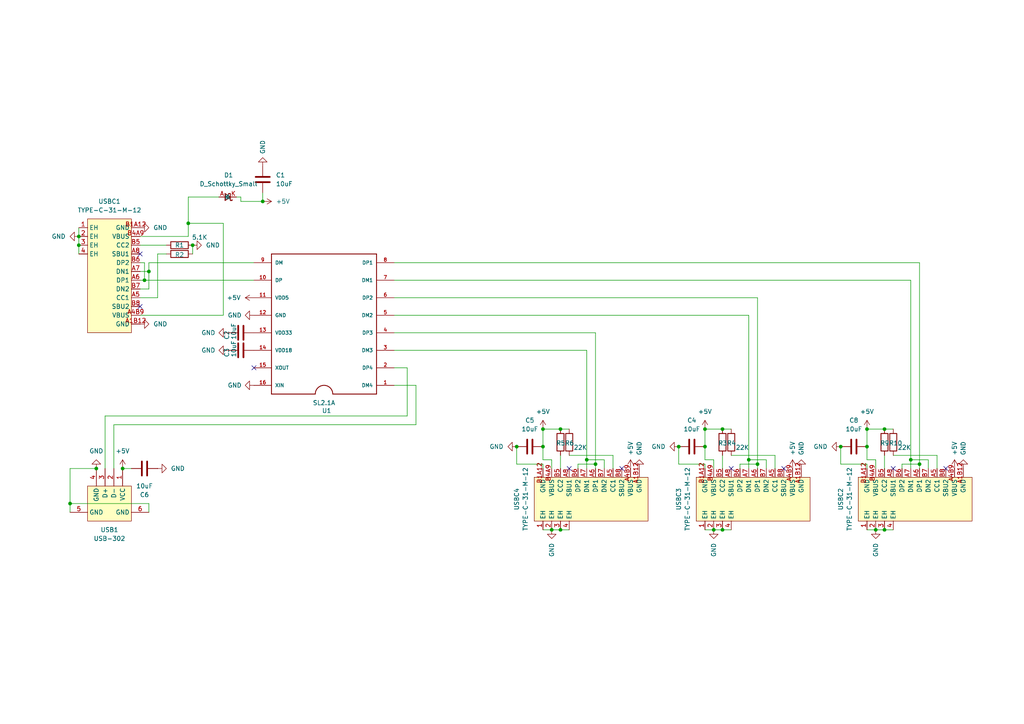
<source format=kicad_sch>
(kicad_sch (version 20250114) (generator "eeschema") (generator_version "9.0")
  (paper "A4")
  (lib_symbols
    (symbol "Device:C" (pin_numbers (hide yes)) (pin_names (offset 0.254))
      (property "Reference" "C" (at 0.635 2.54 0))
      (property "Value" "C" (at 0.635 -2.54 0))
      (symbol "C_0_1"
        (polyline (pts (xy -2.032 0.762) (xy 2.032 0.762)) (stroke (width 0.508)))
        (polyline (pts (xy -2.032 -0.762) (xy 2.032 -0.762)) (stroke (width 0.508)))
      )
      (symbol "C_1_1"
        (pin passive line (at 0 3.81 270) (length 2.794) (name "~") (number "1"))
        (pin passive line (at 0 -3.81 90) (length 2.794) (name "~") (number "2"))
      )
    )
    (symbol "Device:D_Schottky_Small" (pin_names (offset 0.254))
      (property "Reference" "D1" (at -0.254 -6.35 0))
      (property "Value" "D_Schottky_Small" (at -0.254 -3.81 0))
      (symbol "D_Schottky_Small_0_1"
        (polyline (pts (xy -1.27 0.762) (xy -1.27 1.016) (xy -0.762 1.016) (xy -0.762 -1.016) (xy -0.254 -1.016) (xy -0.254 -0.762)) (stroke (width 0.254)))
        (polyline (pts (xy -0.762 0) (xy 0.762 0)))
        (polyline (pts (xy 0.762 -1.016) (xy -0.762 0) (xy 0.762 1.016) (xy 0.762 -1.016)) (stroke (width 0.254)))
      )
      (symbol "D_Schottky_Small_1_1"
        (pin passive line (at -2.54 0 0) (length 1.778) (name "K") (number "K"))
        (pin passive line (at 2.54 0 180) (length 1.778) (name "A") (number "A"))
      )
    )
    (symbol "Device:R" (pin_numbers (hide yes)) (pin_names (offset 0))
      (property "Reference" "R" (at 2.032 0 90))
      (property "Value" "R" (at 0 0 90))
      (symbol "R_0_1"
        (rectangle (start -1.016 -2.54) (end 1.016 2.54) (stroke (width 0.254)))
      )
      (symbol "R_1_1"
        (pin passive line (at 0 3.81 270) (length 1.27) (name "~") (number "1"))
        (pin passive line (at 0 -3.81 90) (length 1.27) (name "~") (number "2"))
      )
    )
    (symbol "SL2.1A:SL2.1A" (pin_names (offset 1.016))
      (property "Reference" "U" (at 0 22.86 0))
      (property "Value" "SL2.1A" (at 0 -22.86 0))
      (symbol "SL2.1A_0_0"
        (polyline (pts (xy -15.24 20.32) (xy -15.24 -20.32)) (stroke (width 0.254)))
        (polyline (pts (xy -15.24 -20.32) (xy 15.24 -20.32)) (stroke (width 0.254)))
        (polyline (pts (xy -2.54 20.32) (xy -15.24 20.32)) (stroke (width 0.254)))
        (arc (start 2.54 20.32) (mid 0 17.791) (end -2.54 20.32) (stroke (width 0.254)))
        (polyline (pts (xy 15.24 20.32) (xy 2.54 20.32)) (stroke (width 0.254)))
        (polyline (pts (xy 15.24 -20.32) (xy 15.24 20.32)) (stroke (width 0.254)))
        (pin bidirectional line (at -20.32 17.78 0) (length 5.08) (name "DM4") (number "1"))
        (pin bidirectional line (at -20.32 12.7 0) (length 5.08) (name "DP4") (number "2"))
        (pin bidirectional line (at -20.32 7.62 0) (length 5.08) (name "DM3") (number "3"))
        (pin bidirectional line (at -20.32 2.54 0) (length 5.08) (name "DP3") (number "4"))
        (pin bidirectional line (at -20.32 -2.54 0) (length 5.08) (name "DM2") (number "5"))
        (pin bidirectional line (at -20.32 -7.62 0) (length 5.08) (name "DP2") (number "6"))
        (pin bidirectional line (at -20.32 -12.7 0) (length 5.08) (name "DM1") (number "7"))
        (pin bidirectional line (at -20.32 -17.78 0) (length 5.08) (name "DP1") (number "8"))
        (pin bidirectional line (at 20.32 17.78 180) (length 5.08) (name "XIN") (number "16"))
        (pin bidirectional line (at 20.32 12.7 180) (length 5.08) (name "XOUT") (number "15"))
        (pin bidirectional line (at 20.32 7.62 180) (length 5.08) (name "VDD18") (number "14"))
        (pin bidirectional line (at 20.32 2.54 180) (length 5.08) (name "VDD33") (number "13"))
        (pin bidirectional line (at 20.32 -2.54 180) (length 5.08) (name "GND") (number "12"))
        (pin bidirectional line (at 20.32 -7.62 180) (length 5.08) (name "VDD5") (number "11"))
        (pin bidirectional line (at 20.32 -12.7 180) (length 5.08) (name "DP") (number "10"))
        (pin bidirectional line (at 20.32 -17.78 180) (length 5.08) (name "DM") (number "9"))
      )
    )
    (symbol "USB:TYPE-C-31-M-12"
      (property "Reference" "USBC" (at 0 19.05 0))
      (property "Value" "TYPE-C-31-M-12" (at 0 -19.05 0))
      (symbol "TYPE-C-31-M-12_0_1"
        (rectangle (start -6.35 16.51) (end 6.35 -16.51) (fill (type background)))
        (pin unspecified line (at -8.89 13.97 0) (length 2.54) (name "GND") (number "A1B12"))
        (pin unspecified line (at -8.89 11.43 0) (length 2.54) (name "VBUS") (number "A4B9"))
        (pin unspecified line (at -8.89 8.89 0) (length 2.54) (name "SBU2") (number "B8"))
        (pin unspecified line (at -8.89 6.35 0) (length 2.54) (name "CC1") (number "A5"))
        (pin unspecified line (at -8.89 3.81 0) (length 2.54) (name "DN2") (number "B7"))
        (pin unspecified line (at -8.89 1.27 0) (length 2.54) (name "DP1") (number "A6"))
        (pin unspecified line (at -8.89 -1.27 0) (length 2.54) (name "DN1") (number "A7"))
        (pin unspecified line (at -8.89 -3.81 0) (length 2.54) (name "DP2") (number "B6"))
        (pin unspecified line (at -8.89 -6.35 0) (length 2.54) (name "SBU1") (number "A8"))
        (pin unspecified line (at -8.89 -8.89 0) (length 2.54) (name "CC2") (number "B5"))
        (pin unspecified line (at -8.89 -11.43 0) (length 2.54) (name "VBUS") (number "B4A9"))
        (pin unspecified line (at -8.89 -13.97 0) (length 2.54) (name "GND") (number "B1A12"))
        (pin unspecified line (at 8.89 -6.35 180) (length 2.54) (name "EH") (number "4"))
        (pin unspecified line (at 8.89 -8.89 180) (length 2.54) (name "EH") (number "3"))
        (pin unspecified line (at 8.89 -11.43 180) (length 2.54) (name "EH") (number "2"))
        (pin unspecified line (at 8.89 -13.97 180) (length 2.54) (name "EH") (number "1"))
      )
    )
    (symbol "USB:USB-302"
      (property "Reference" "USB" (at 0 16.51 0))
      (property "Value" "USB-302" (at 0 -16.51 0))
      (symbol "USB-302_0_1"
        (rectangle (start -2.54 6.35) (end 7.62 -6.35) (fill (type background)))
        (pin unspecified line (at -7.62 3.81 0) (length 5.08) (name "VCC") (number "1"))
        (pin unspecified line (at -7.62 1.27 0) (length 5.08) (name "D-") (number "2"))
        (pin unspecified line (at -7.62 -1.27 0) (length 5.08) (name "D+") (number "3"))
        (pin unspecified line (at -7.62 -3.81 0) (length 5.08) (name "GND") (number "4"))
        (pin unspecified line (at 5.08 11.43 270) (length 5.08) (name "GND") (number "6"))
        (pin unspecified line (at 5.08 -11.43 90) (length 5.08) (name "GND") (number "5"))
      )
    )
    (symbol "power:+5V" (power) (pin_numbers (hide yes)) (pin_names (offset 0) (hide yes))
      (property "Value" "+5V" (at 0 3.556 0))
      (symbol "+5V_0_1"
        (polyline (pts (xy -0.762 1.27) (xy 0 2.54)))
        (polyline (pts (xy 0 2.54) (xy 0.762 1.27)))
        (polyline (pts (xy 0 0) (xy 0 2.54)))
      )
      (symbol "+5V_1_1"
        (pin power_in line (at 0 0 90) (length 0) (name "~") (number "1"))
      )
    )
    (symbol "power:GND" (power) (pin_numbers (hide yes)) (pin_names (offset 0) (hide yes))
      (property "Value" "GND" (at 0 -3.81 0))
      (symbol "GND_0_1"
        (polyline (pts (xy 0 0) (xy 0 -1.27) (xy 1.27 -1.27) (xy 0 -2.54) (xy -1.27 -1.27) (xy 0 -1.27)))
      )
      (symbol "GND_1_1"
        (pin power_in line (at 0 0 270) (length 0) (name "~") (number "1"))
      )
    )
  )
  (junction (at 251.46 129.54))
  (junction (at 41.91 81.28))
  (junction (at 157.48 124.46))
  (junction (at 54.61 64.77))
  (junction (at 256.54 124.46))
  (junction (at 27.94 135.89))
  (junction (at 149.86 129.54))
  (junction (at 157.48 129.54))
  (junction (at 160.02 153.67))
  (junction (at 35.56 135.89))
  (junction (at 217.17 133.35))
  (junction (at 266.7 134.62))
  (junction (at 254 153.67))
  (junction (at 22.86 68.58))
  (junction (at 76.2 58.42))
  (junction (at 207.01 153.67))
  (junction (at 264.16 133.35))
  (junction (at 256.54 153.67))
  (junction (at 251.46 124.46))
  (junction (at 209.55 124.46))
  (junction (at 219.71 134.62))
  (junction (at 204.47 124.46))
  (junction (at 20.32 146.05))
  (junction (at 209.55 153.67))
  (junction (at 243.84 129.54))
  (junction (at 22.86 71.12))
  (junction (at 43.18 78.74))
  (junction (at 162.56 153.67))
  (junction (at 196.85 129.54))
  (junction (at 162.56 124.46))
  (junction (at 204.47 129.54))
  (junction (at 170.18 133.35))
  (junction (at 172.72 134.62))
  (junction (at 55.88 71.12))
  (no_connect (at 259.08 135.89))
  (no_connect (at 165.1 135.89))
  (no_connect (at 274.32 135.89))
  (no_connect (at 227.33 135.89))
  (no_connect (at 180.34 135.89))
  (no_connect (at 40.64 88.9))
  (no_connect (at 73.66 106.68))
  (no_connect (at 212.09 135.89))
  (no_connect (at 40.64 73.66))
  (wire (pts (xy 40.64 86.36) (xy 45.72 86.36)))
  (wire (pts (xy 157.48 134.62) (xy 157.48 135.89)))
  (wire (pts (xy 43.18 146.05) (xy 20.32 146.05)))
  (wire (pts (xy 256.54 124.46) (xy 259.08 124.46)))
  (wire (pts (xy 43.18 148.59) (xy 43.18 146.05)))
  (wire (pts (xy 160.02 135.89) (xy 160.02 133.35)))
  (wire (pts (xy 69.85 58.42) (xy 76.2 58.42)))
  (wire (pts (xy 207.01 133.35) (xy 204.47 133.35)))
  (wire (pts (xy 254 135.89) (xy 254 133.35)))
  (wire (pts (xy 162.56 153.67) (xy 165.1 153.67)))
  (wire (pts (xy 40.64 76.2) (xy 41.91 76.2)))
  (wire (pts (xy 243.84 134.62) (xy 251.46 134.62)))
  (wire (pts (xy 271.78 135.89) (xy 271.78 132.08)))
  (wire (pts (xy 114.3 96.52) (xy 172.72 96.52)))
  (wire (pts (xy 120.65 123.19) (xy 120.65 111.76)))
  (wire (pts (xy 254 153.67) (xy 256.54 153.67)))
  (wire (pts (xy 54.61 64.77) (xy 64.77 64.77)))
  (wire (pts (xy 219.71 86.36) (xy 219.71 134.62)))
  (wire (pts (xy 204.47 129.54) (xy 204.47 133.35)))
  (wire (pts (xy 222.25 133.35) (xy 222.25 135.89)))
  (wire (pts (xy 266.7 76.2) (xy 266.7 134.62)))
  (wire (pts (xy 162.56 124.46) (xy 165.1 124.46)))
  (wire (pts (xy 64.77 64.77) (xy 64.77 91.44)))
  (wire (pts (xy 219.71 134.62) (xy 219.71 135.89)))
  (wire (pts (xy 33.02 123.19) (xy 120.65 123.19)))
  (wire (pts (xy 264.16 81.28) (xy 264.16 133.35)))
  (wire (pts (xy 266.7 134.62) (xy 266.7 135.89)))
  (wire (pts (xy 251.46 124.46) (xy 251.46 129.54)))
  (wire (pts (xy 160.02 133.35) (xy 157.48 133.35)))
  (wire (pts (xy 118.11 106.68) (xy 114.3 106.68)))
  (wire (pts (xy 251.46 153.67) (xy 254 153.67)))
  (wire (pts (xy 264.16 133.35) (xy 269.24 133.35)))
  (wire (pts (xy 149.86 134.62) (xy 157.48 134.62)))
  (wire (pts (xy 177.8 132.08) (xy 165.1 132.08)))
  (wire (pts (xy 256.54 153.67) (xy 259.08 153.67)))
  (wire (pts (xy 251.46 124.46) (xy 256.54 124.46)))
  (wire (pts (xy 118.11 120.65) (xy 118.11 106.68)))
  (wire (pts (xy 45.72 73.66) (xy 48.26 73.66)))
  (wire (pts (xy 269.24 133.35) (xy 269.24 135.89)))
  (wire (pts (xy 114.3 101.6) (xy 170.18 101.6)))
  (wire (pts (xy 149.86 129.54) (xy 149.86 134.62)))
  (wire (pts (xy 172.72 96.52) (xy 172.72 134.62)))
  (wire (pts (xy 217.17 91.44) (xy 217.17 133.35)))
  (wire (pts (xy 217.17 135.89) (xy 217.17 133.35)))
  (wire (pts (xy 20.32 146.05) (xy 20.32 148.59)))
  (wire (pts (xy 261.62 135.89) (xy 261.62 134.62)))
  (wire (pts (xy 170.18 101.6) (xy 170.18 133.35)))
  (wire (pts (xy 196.85 129.54) (xy 196.85 134.62)))
  (wire (pts (xy 54.61 57.15) (xy 54.61 64.77)))
  (wire (pts (xy 120.65 111.76) (xy 114.3 111.76)))
  (wire (pts (xy 54.61 57.15) (xy 63.5 57.15)))
  (wire (pts (xy 177.8 135.89) (xy 177.8 132.08)))
  (wire (pts (xy 209.55 124.46) (xy 212.09 124.46)))
  (wire (pts (xy 55.88 71.12) (xy 55.88 73.66)))
  (wire (pts (xy 157.48 124.46) (xy 157.48 129.54)))
  (wire (pts (xy 207.01 135.89) (xy 207.01 133.35)))
  (wire (pts (xy 167.64 135.89) (xy 167.64 134.62)))
  (wire (pts (xy 114.3 86.36) (xy 219.71 86.36)))
  (wire (pts (xy 196.85 134.62) (xy 204.47 134.62)))
  (wire (pts (xy 261.62 134.62) (xy 266.7 134.62)))
  (wire (pts (xy 114.3 81.28) (xy 264.16 81.28)))
  (wire (pts (xy 157.48 129.54) (xy 157.48 133.35)))
  (wire (pts (xy 76.2 55.88) (xy 76.2 58.42)))
  (wire (pts (xy 214.63 135.89) (xy 214.63 134.62)))
  (wire (pts (xy 41.91 81.28) (xy 40.64 81.28)))
  (wire (pts (xy 33.02 123.19) (xy 33.02 135.89)))
  (wire (pts (xy 35.56 135.89) (xy 38.1 135.89)))
  (wire (pts (xy 217.17 133.35) (xy 222.25 133.35)))
  (wire (pts (xy 224.79 132.08) (xy 212.09 132.08)))
  (wire (pts (xy 167.64 134.62) (xy 172.72 134.62)))
  (wire (pts (xy 162.56 132.08) (xy 162.56 135.89)))
  (wire (pts (xy 251.46 134.62) (xy 251.46 135.89)))
  (wire (pts (xy 209.55 153.67) (xy 212.09 153.67)))
  (wire (pts (xy 41.91 76.2) (xy 41.91 81.28)))
  (wire (pts (xy 43.18 76.2) (xy 73.66 76.2)))
  (wire (pts (xy 40.64 71.12) (xy 48.26 71.12)))
  (wire (pts (xy 204.47 134.62) (xy 204.47 135.89)))
  (wire (pts (xy 41.91 81.28) (xy 73.66 81.28)))
  (wire (pts (xy 254 133.35) (xy 251.46 133.35)))
  (wire (pts (xy 170.18 135.89) (xy 170.18 133.35)))
  (wire (pts (xy 114.3 91.44) (xy 217.17 91.44)))
  (wire (pts (xy 27.94 135.89) (xy 20.32 135.89)))
  (wire (pts (xy 160.02 153.67) (xy 162.56 153.67)))
  (wire (pts (xy 224.79 135.89) (xy 224.79 132.08)))
  (wire (pts (xy 209.55 132.08) (xy 209.55 135.89)))
  (wire (pts (xy 204.47 124.46) (xy 204.47 129.54)))
  (wire (pts (xy 204.47 153.67) (xy 207.01 153.67)))
  (wire (pts (xy 40.64 78.74) (xy 43.18 78.74)))
  (wire (pts (xy 43.18 83.82) (xy 40.64 83.82)))
  (wire (pts (xy 114.3 76.2) (xy 266.7 76.2)))
  (wire (pts (xy 157.48 124.46) (xy 162.56 124.46)))
  (wire (pts (xy 45.72 86.36) (xy 45.72 73.66)))
  (wire (pts (xy 68.58 57.15) (xy 69.85 57.15)))
  (wire (pts (xy 271.78 132.08) (xy 259.08 132.08)))
  (wire (pts (xy 20.32 135.89) (xy 20.32 146.05)))
  (wire (pts (xy 207.01 153.67) (xy 209.55 153.67)))
  (wire (pts (xy 43.18 78.74) (xy 43.18 83.82)))
  (wire (pts (xy 54.61 64.77) (xy 54.61 68.58)))
  (wire (pts (xy 22.86 68.58) (xy 22.86 71.12)))
  (wire (pts (xy 43.18 78.74) (xy 43.18 76.2)))
  (wire (pts (xy 172.72 134.62) (xy 172.72 135.89)))
  (wire (pts (xy 175.26 133.35) (xy 175.26 135.89)))
  (wire (pts (xy 40.64 68.58) (xy 54.61 68.58)))
  (wire (pts (xy 157.48 153.67) (xy 160.02 153.67)))
  (wire (pts (xy 22.86 66.04) (xy 22.86 68.58)))
  (wire (pts (xy 204.47 124.46) (xy 209.55 124.46)))
  (wire (pts (xy 214.63 134.62) (xy 219.71 134.62)))
  (wire (pts (xy 251.46 129.54) (xy 251.46 133.35)))
  (wire (pts (xy 264.16 135.89) (xy 264.16 133.35)))
  (wire (pts (xy 30.48 135.89) (xy 30.48 120.65)))
  (wire (pts (xy 170.18 133.35) (xy 175.26 133.35)))
  (wire (pts (xy 69.85 57.15) (xy 69.85 58.42)))
  (wire (pts (xy 64.77 91.44) (xy 40.64 91.44)))
  (wire (pts (xy 243.84 129.54) (xy 243.84 134.62)))
  (wire (pts (xy 22.86 71.12) (xy 22.86 73.66)))
  (wire (pts (xy 256.54 132.08) (xy 256.54 135.89)))
  (wire (pts (xy 30.48 120.65) (xy 118.11 120.65)))
  (symbol (lib_id "power:+5V") (at 73.66 86.36 90) (unit 1)
    (property "Reference" "#PWR06" (effects (hide yes)))
    (property "Value" "+5V" (at 69.85 86.3601 90) (effects (justify left)))
    (property "Description" "Power symbol creates a global label with name \"+5V\"" (effects (hide yes)))
  )
  (symbol (lib_id "power:GND") (at 40.64 93.98 90) (unit 1)
    (property "Reference" "#PWR023" (effects (hide yes)))
    (property "Value" "GND" (at 44.45 93.9799 90) (effects (justify right)))
    (property "Description" "Power symbol creates a global label with name \"GND\" , ground" (effects (hide yes)))
  )
  (symbol (lib_id "Device:C") (at 76.2 52.07 0) (unit 1)
    (property "Reference" "C1" (at 80.01 50.7999 0) (effects (justify left)))
    (property "Value" "10uF" (at 80.01 53.3399 0) (effects (justify left)))
    (property "Footprint" "CL10A106KP8NNNC:CAPC1608X90N" (effects (hide yes)))
    (property "Description" "Unpolarized capacitor" (effects (hide yes)))
  )
  (symbol (lib_id "power:GND") (at 66.04 96.52 270) (unit 1)
    (property "Reference" "#PWR013" (effects (hide yes)))
    (property "Value" "GND" (at 62.484 96.52 90) (effects (justify right)))
    (property "Description" "Power symbol creates a global label with name \"GND\" , ground" (effects (hide yes)))
  )
  (symbol (lib_id "power:+5V") (at 157.48 124.46 0) (unit 1)
    (property "Reference" "#PWR019" (effects (hide yes)))
    (property "Value" "+5V" (at 157.48 119.38 0))
    (property "Description" "Power symbol creates a global label with name \"+5V\"" (effects (hide yes)))
  )
  (symbol (lib_id "power:GND") (at 232.41 135.89 180) (unit 1)
    (property "Reference" "#PWR09" (effects (hide yes)))
    (property "Value" "GND" (at 232.4099 132.08 90) (effects (justify right)))
    (property "Description" "Power symbol creates a global label with name \"GND\" , ground" (effects (hide yes)))
  )
  (symbol (lib_id "Device:D_Schottky_Small") (at 66.04 57.15 180) (unit 1)
    (property "Reference" "D1" (at 66.294 50.8 0))
    (property "Value" "D_Schottky_Small" (at 66.294 53.34 0))
    (property "Footprint" "NSR0320MW2T1G:DIO_MM3Z3V0T1G" (effects (hide yes)))
    (property "Description" "Schottky diode, small symbol" (effects (hide yes)))
  )
  (symbol (lib_id "USB:TYPE-C-31-M-12") (at 265.43 144.78 270) (unit 1)
    (property "Reference" "USBC2" (at 243.84 144.78 0))
    (property "Value" "TYPE-C-31-M-12" (at 246.38 144.78 0))
    (property "Footprint" "easyeda2kicad:USB-C_SMD-TYPE-C-31-M-12_1" (effects (hide yes)))
    (property "Datasheet" "https://lcsc.com/product-detail/USB-Type-C_Korean-Hroparts-Elec-TYPE-C-31-M-12_C165948.html" (effects (hide yes)))
    (property "LCSC Part" "C165948" (effects (hide yes)))
  )
  (symbol (lib_id "power:GND") (at 40.64 66.04 90) (unit 1)
    (property "Reference" "#PWR031" (effects (hide yes)))
    (property "Value" "GND" (at 44.45 66.0399 90) (effects (justify right)))
    (property "Description" "Power symbol creates a global label with name \"GND\" , ground" (effects (hide yes)))
  )
  (symbol (lib_id "power:GND") (at 279.4 135.89 180) (unit 1)
    (property "Reference" "#PWR028" (effects (hide yes)))
    (property "Value" "GND" (at 279.3999 132.08 90) (effects (justify right)))
    (property "Description" "Power symbol creates a global label with name \"GND\" , ground" (effects (hide yes)))
  )
  (symbol (lib_id "Device:R") (at 52.07 73.66 90) (unit 1)
    (property "Reference" "R2" (at 52.07 73.914 90))
    (property "Value" "5.1K" (effects (hide yes)))
    (property "Footprint" "easyeda2kicad:R0603" (effects (hide yes)))
    (property "Description" "Resistor" (effects (hide yes)))
  )
  (symbol (lib_id "power:GND") (at 76.2 48.26 180) (unit 1)
    (property "Reference" "#PWR012" (effects (hide yes)))
    (property "Value" "GND" (at 76.2 44.704 90) (effects (justify right)))
    (property "Description" "Power symbol creates a global label with name \"GND\" , ground" (effects (hide yes)))
  )
  (symbol (lib_id "Device:C") (at 200.66 129.54 90) (unit 1)
    (property "Reference" "C4" (at 200.66 121.92 90))
    (property "Value" "10uF" (at 200.66 124.46 90))
    (property "Footprint" "CL10A106KP8NNNC:CAPC1608X90N" (effects (hide yes)))
    (property "Description" "Unpolarized capacitor" (effects (hide yes)))
  )
  (symbol (lib_id "Device:C") (at 69.85 96.52 90) (unit 1)
    (property "Reference" "C2" (at 65.786 98.552 0) (effects (justify left)))
    (property "Value" "10uF" (at 67.818 98.552 0) (effects (justify left)))
    (property "Footprint" "CL10A106KP8NNNC:CAPC1608X90N" (effects (hide yes)))
    (property "Description" "Unpolarized capacitor" (effects (hide yes)))
  )
  (symbol (lib_id "Device:R") (at 165.1 128.27 0) (unit 1)
    (property "Reference" "R6" (at 163.83 128.524 0) (effects (justify left)))
    (property "Value" "22K" (at 166.37 129.794 0) (effects (justify left)))
    (property "Footprint" "easyeda2kicad:R0603" (effects (hide yes)))
    (property "Description" "Resistor" (effects (hide yes)))
  )
  (symbol (lib_id "power:GND") (at 45.72 135.89 90) (unit 1)
    (property "Reference" "#PWR016" (effects (hide yes)))
    (property "Value" "GND" (at 49.53 135.8901 90) (effects (justify right)))
    (property "Description" "Power symbol creates a global label with name \"GND\" , ground" (effects (hide yes)))
  )
  (symbol (lib_id "power:GND") (at 149.86 129.54 270) (unit 1)
    (property "Reference" "#PWR010" (effects (hide yes)))
    (property "Value" "GND" (at 146.05 129.5399 90) (effects (justify right)))
    (property "Description" "Power symbol creates a global label with name \"GND\" , ground" (effects (hide yes)))
  )
  (symbol (lib_id "USB:TYPE-C-31-M-12") (at 171.45 144.78 270) (unit 1)
    (property "Reference" "USBC4" (at 149.86 144.78 0))
    (property "Value" "TYPE-C-31-M-12" (at 152.4 144.78 0))
    (property "Footprint" "easyeda2kicad:USB-C_SMD-TYPE-C-31-M-12_1" (effects (hide yes)))
    (property "Datasheet" "https://lcsc.com/product-detail/USB-Type-C_Korean-Hroparts-Elec-TYPE-C-31-M-12_C165948.html" (effects (hide yes)))
    (property "LCSC Part" "C165948" (effects (hide yes)))
  )
  (symbol (lib_id "Device:R") (at 259.08 128.27 0) (unit 1)
    (property "Reference" "R10" (at 257.81 128.524 0) (effects (justify left)))
    (property "Value" "22K" (at 260.35 129.794 0) (effects (justify left)))
    (property "Footprint" "easyeda2kicad:R0603" (effects (hide yes)))
    (property "Description" "Resistor" (effects (hide yes)))
  )
  (symbol (lib_id "power:+5V") (at 276.86 135.89 0) (unit 1)
    (property "Reference" "#PWR027" (effects (hide yes)))
    (property "Value" "+5V" (at 276.8599 132.08 90) (effects (justify left)))
    (property "Description" "Power symbol creates a global label with name \"+5V\"" (effects (hide yes)))
  )
  (symbol (lib_id "USB:USB-302") (at 31.75 143.51 270) (unit 1)
    (property "Reference" "USB1" (at 31.75 153.67 90))
    (property "Value" "USB-302" (at 31.75 156.21 90))
    (property "Footprint" "easyeda2kicad:USB-A-TH_USB-302-T" (effects (hide yes)))
    (property "Datasheet" "https://lcsc.com/product-detail/USB-Connectors_Atype-900-Ordinary-buckle-USB-302_C112456.html" (effects (hide yes)))
    (property "LCSC Part" "C112456" (effects (hide yes)))
  )
  (symbol (lib_id "Device:R") (at 52.07 71.12 90) (unit 1)
    (property "Reference" "R1" (at 52.07 71.12 90))
    (property "Value" "5.1K" (at 57.912 68.834 90))
    (property "Footprint" "easyeda2kicad:R0603" (effects (hide yes)))
    (property "Description" "Resistor" (effects (hide yes)))
  )
  (symbol (lib_id "power:GND") (at 185.42 135.89 180) (unit 1)
    (property "Reference" "#PWR022" (effects (hide yes)))
    (property "Value" "GND" (at 185.4199 132.08 90) (effects (justify right)))
    (property "Description" "Power symbol creates a global label with name \"GND\" , ground" (effects (hide yes)))
  )
  (symbol (lib_id "power:+5V") (at 204.47 124.46 0) (unit 1)
    (property "Reference" "#PWR03" (effects (hide yes)))
    (property "Value" "+5V" (at 204.47 119.38 0))
    (property "Description" "Power symbol creates a global label with name \"+5V\"" (effects (hide yes)))
  )
  (symbol (lib_id "power:GND") (at 196.85 129.54 270) (unit 1)
    (property "Reference" "#PWR02" (effects (hide yes)))
    (property "Value" "GND" (at 193.04 129.5399 90) (effects (justify right)))
    (property "Description" "Power symbol creates a global label with name \"GND\" , ground" (effects (hide yes)))
  )
  (symbol (lib_id "power:GND") (at 66.04 101.6 270) (unit 1)
    (property "Reference" "#PWR014" (effects (hide yes)))
    (property "Value" "GND" (at 62.484 101.6 90) (effects (justify right)))
    (property "Description" "Power symbol creates a global label with name \"GND\" , ground" (effects (hide yes)))
  )
  (symbol (lib_id "power:GND") (at 55.88 71.12 90) (unit 1)
    (property "Reference" "#PWR018" (effects (hide yes)))
    (property "Value" "GND" (at 59.69 71.1199 90) (effects (justify right)))
    (property "Description" "Power symbol creates a global label with name \"GND\" , ground" (effects (hide yes)))
  )
  (symbol (lib_id "USB:TYPE-C-31-M-12") (at 218.44 144.78 270) (unit 1)
    (property "Reference" "USBC3" (at 196.85 144.78 0))
    (property "Value" "TYPE-C-31-M-12" (at 199.39 144.78 0))
    (property "Footprint" "easyeda2kicad:USB-C_SMD-TYPE-C-31-M-12_1" (effects (hide yes)))
    (property "Datasheet" "https://lcsc.com/product-detail/USB-Type-C_Korean-Hroparts-Elec-TYPE-C-31-M-12_C165948.html" (effects (hide yes)))
    (property "LCSC Part" "C165948" (effects (hide yes)))
  )
  (symbol (lib_id "power:GND") (at 243.84 129.54 270) (unit 1)
    (property "Reference" "#PWR029" (effects (hide yes)))
    (property "Value" "GND" (at 240.03 129.5399 90) (effects (justify right)))
    (property "Description" "Power symbol creates a global label with name \"GND\" , ground" (effects (hide yes)))
  )
  (symbol (lib_id "USB:TYPE-C-31-M-12") (at 31.75 80.01 180) (unit 1)
    (property "Reference" "USBC1" (at 31.75 58.42 0))
    (property "Value" "TYPE-C-31-M-12" (at 31.75 60.96 0))
    (property "Footprint" "easyeda2kicad:USB-C_SMD-TYPE-C-31-M-12_1" (effects (hide yes)))
    (property "Datasheet" "https://lcsc.com/product-detail/USB-Type-C_Korean-Hroparts-Elec-TYPE-C-31-M-12_C165948.html" (effects (hide yes)))
    (property "LCSC Part" "C165948" (effects (hide yes)))
  )
  (symbol (lib_id "power:GND") (at 160.02 153.67 0) (unit 1)
    (property "Reference" "#PWR020" (effects (hide yes)))
    (property "Value" "GND" (at 160.0199 157.48 90) (effects (justify right)))
    (property "Description" "Power symbol creates a global label with name \"GND\" , ground" (effects (hide yes)))
  )
  (symbol (lib_id "power:+5V") (at 182.88 135.89 0) (unit 1)
    (property "Reference" "#PWR021" (effects (hide yes)))
    (property "Value" "+5V" (at 182.8799 132.08 90) (effects (justify left)))
    (property "Description" "Power symbol creates a global label with name \"+5V\"" (effects (hide yes)))
  )
  (symbol (lib_id "power:+5V") (at 251.46 124.46 0) (unit 1)
    (property "Reference" "#PWR030" (effects (hide yes)))
    (property "Value" "+5V" (at 251.46 119.38 0))
    (property "Description" "Power symbol creates a global label with name \"+5V\"" (effects (hide yes)))
  )
  (symbol (lib_id "Device:R") (at 212.09 128.27 0) (unit 1)
    (property "Reference" "R4" (at 210.82 128.524 0) (effects (justify left)))
    (property "Value" "22K" (at 213.36 129.794 0) (effects (justify left)))
    (property "Footprint" "easyeda2kicad:R0603" (effects (hide yes)))
    (property "Description" "Resistor" (effects (hide yes)))
  )
  (symbol (lib_id "power:GND") (at 73.66 111.76 270) (unit 1)
    (property "Reference" "#PWR011" (effects (hide yes)))
    (property "Value" "GND" (at 70.104 111.76 90) (effects (justify right)))
    (property "Description" "Power symbol creates a global label with name \"GND\" , ground" (effects (hide yes)))
  )
  (symbol (lib_id "Device:C") (at 153.67 129.54 90) (unit 1)
    (property "Reference" "C5" (at 153.67 121.92 90))
    (property "Value" "10uF" (at 153.67 124.46 90))
    (property "Footprint" "CL10A106KP8NNNC:CAPC1608X90N" (effects (hide yes)))
    (property "Description" "Unpolarized capacitor" (effects (hide yes)))
  )
  (symbol (lib_id "power:GND") (at 254 153.67 0) (unit 1)
    (property "Reference" "#PWR01" (effects (hide yes)))
    (property "Value" "GND" (at 253.9999 157.48 90) (effects (justify right)))
    (property "Description" "Power symbol creates a global label with name \"GND\" , ground" (effects (hide yes)))
  )
  (symbol (lib_id "power:GND") (at 73.66 91.44 270) (unit 1)
    (property "Reference" "#PWR04" (effects (hide yes)))
    (property "Value" "GND" (at 70.104 91.44 90) (effects (justify right)))
    (property "Description" "Power symbol creates a global label with name \"GND\" , ground" (effects (hide yes)))
  )
  (symbol (lib_id "power:+5V") (at 35.56 135.89 0) (unit 1)
    (property "Reference" "#PWR017" (effects (hide yes)))
    (property "Value" "+5V" (at 35.56 130.81 0))
    (property "Description" "Power symbol creates a global label with name \"+5V\"" (effects (hide yes)))
  )
  (symbol (lib_id "SL2.1A:SL2.1A") (at 93.98 93.98 180) (unit 1)
    (property "Reference" "U1" (at 94.742 119.126 0))
    (property "Value" "SL2.1A" (at 93.98 116.84 0))
    (property "Footprint" "SL2.1A:SO16" (effects (hide yes)))
    (property "MF" "CoreChips ShenZhen CO.,Ltd" (effects (hide yes)))
    (property "Description_1" "USB 2.0 HIGH SPEED 4-PORT HUB CONTROLLER" (effects (hide yes)))
    (property "Package" "Package" (effects (hide yes)))
    (property "Price" "None" (effects (hide yes)))
    (property "SnapEDA_Link" "https://www.snapeda.com/parts/SL2.1A/CoreChips+ShenZhen+CO.%252CLtd/view-part/?ref=snap" (effects (hide yes)))
    (property "MP" "SL2.1A" (effects (hide yes)))
    (property "Availability" "Not in stock" (effects (hide yes)))
    (property "Check_prices" "https://www.snapeda.com/parts/SL2.1A/CoreChips+ShenZhen+CO.%252CLtd/view-part/?ref=eda" (effects (hide yes)))
  )
  (symbol (lib_id "Device:R") (at 162.56 128.27 0) (unit 1)
    (property "Reference" "R5" (at 161.29 128.524 0) (effects (justify left)))
    (property "Value" "22K" (effects (hide yes)))
    (property "Footprint" "easyeda2kicad:R0603" (effects (hide yes)))
    (property "Description" "Resistor" (effects (hide yes)))
  )
  (symbol (lib_id "Device:R") (at 256.54 128.27 0) (unit 1)
    (property "Reference" "R9" (at 255.27 128.524 0) (effects (justify left)))
    (property "Value" "22K" (effects (hide yes)))
    (property "Footprint" "easyeda2kicad:R0603" (effects (hide yes)))
    (property "Description" "Resistor" (effects (hide yes)))
  )
  (symbol (lib_id "power:+5V") (at 76.2 58.42 270) (unit 1)
    (property "Reference" "#PWR05" (effects (hide yes)))
    (property "Value" "+5V" (at 80.01 58.4199 90) (effects (justify left)))
    (property "Description" "Power symbol creates a global label with name \"+5V\"" (effects (hide yes)))
  )
  (symbol (lib_id "power:GND") (at 27.94 135.89 180) (unit 1)
    (property "Reference" "#PWR015" (effects (hide yes)))
    (property "Value" "GND" (at 27.94 130.81 0))
    (property "Description" "Power symbol creates a global label with name \"GND\" , ground" (effects (hide yes)))
  )
  (symbol (lib_id "Device:C") (at 41.91 135.89 270) (unit 1)
    (property "Reference" "C6" (at 41.91 143.51 90))
    (property "Value" "10uF" (at 41.91 140.97 90))
    (property "Footprint" "CL10A106KP8NNNC:CAPC1608X90N" (effects (hide yes)))
    (property "Description" "Unpolarized capacitor" (effects (hide yes)))
  )
  (symbol (lib_id "power:+5V") (at 229.87 135.89 0) (unit 1)
    (property "Reference" "#PWR08" (effects (hide yes)))
    (property "Value" "+5V" (at 229.8699 132.08 90) (effects (justify left)))
    (property "Description" "Power symbol creates a global label with name \"+5V\"" (effects (hide yes)))
  )
  (symbol (lib_id "power:GND") (at 207.01 153.67 0) (unit 1)
    (property "Reference" "#PWR07" (effects (hide yes)))
    (property "Value" "GND" (at 207.0099 157.48 90) (effects (justify right)))
    (property "Description" "Power symbol creates a global label with name \"GND\" , ground" (effects (hide yes)))
  )
  (symbol (lib_id "power:GND") (at 22.86 68.58 270) (unit 1)
    (property "Reference" "#PWR026" (effects (hide yes)))
    (property "Value" "GND" (at 19.05 68.5799 90) (effects (justify right)))
    (property "Description" "Power symbol creates a global label with name \"GND\" , ground" (effects (hide yes)))
  )
  (symbol (lib_id "Device:R") (at 209.55 128.27 0) (unit 1)
    (property "Reference" "R3" (at 208.28 128.524 0) (effects (justify left)))
    (property "Value" "22K" (effects (hide yes)))
    (property "Footprint" "easyeda2kicad:R0603" (effects (hide yes)))
    (property "Description" "Resistor" (effects (hide yes)))
  )
  (symbol (lib_id "Device:C") (at 247.65 129.54 90) (unit 1)
    (property "Reference" "C8" (at 247.65 121.92 90))
    (property "Value" "10uF" (at 247.65 124.46 90))
    (property "Footprint" "CL10A106KP8NNNC:CAPC1608X90N" (effects (hide yes)))
    (property "Description" "Unpolarized capacitor" (effects (hide yes)))
  )
  (symbol (lib_id "Device:C") (at 69.85 101.6 90) (unit 1)
    (property "Reference" "C3" (at 65.786 103.632 0) (effects (justify left)))
    (property "Value" "10uF" (at 67.818 103.632 0) (effects (justify left)))
    (property "Footprint" "CL10A106KP8NNNC:CAPC1608X90N" (effects (hide yes)))
    (property "Description" "Unpolarized capacitor" (effects (hide yes)))
  )
)
</source>
